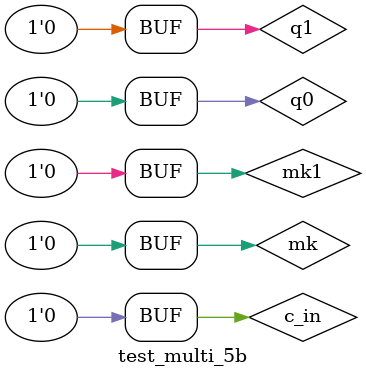
<source format=v>
`timescale 1ns / 1ps


module test_multi_5b;

	// Inputs
	reg mk;
	reg q0;
	reg q1;
	reg c_in;
	reg mk1;

	// Outputs
	wire c_out;
	wire sum;
	wire mk_out;
	wire q0_out;
	wire q1_out;

	// Instantiate the Unit Under Test (UUT)
	multi_5b uut (
		.c_out(c_out), 
		.sum(sum), 
		.mk_out(mk_out), 
		.q0_out(q0_out), 
		.q1_out(q1_out), 
		.mk(mk), 
		.q0(q0), 
		.q1(q1), 
		.c_in(c_in), 
		.mk1(mk1)
	);

	initial begin
		#10 mk = 0; q0 = 0; q1 = 0; c_in =0; mk1 = 0;
		#10 mk1 = 1;
		#10 q0 = 1;
		#10 q1 = 1;		
		#10 c_in = 1;
		#10 mk = 1;
		#10 mk1 = 0;
		#10 q0 = 0;
		#10 q1 = 0;
		#10 c_in = 0;
		#10 mk = 0;
	end
      
endmodule


</source>
